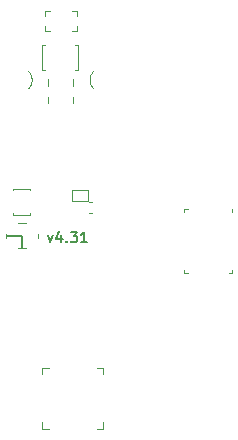
<source format=gbr>
G04 #@! TF.GenerationSoftware,KiCad,Pcbnew,(5.1.5)-3*
G04 #@! TF.CreationDate,2020-06-16T17:49:09-07:00*
G04 #@! TF.ProjectId,Miniscope-v4-Rigid-Flex,4d696e69-7363-46f7-9065-2d76342d5269,rev?*
G04 #@! TF.SameCoordinates,Original*
G04 #@! TF.FileFunction,Legend,Top*
G04 #@! TF.FilePolarity,Positive*
%FSLAX46Y46*%
G04 Gerber Fmt 4.6, Leading zero omitted, Abs format (unit mm)*
G04 Created by KiCad (PCBNEW (5.1.5)-3) date 2020-06-16 17:49:09*
%MOMM*%
%LPD*%
G04 APERTURE LIST*
%ADD10C,0.120000*%
%ADD11C,0.177800*%
%ADD12C,0.100000*%
%ADD13C,0.150000*%
G04 APERTURE END LIST*
D10*
X106500001Y-100749999D02*
G75*
G02X106500001Y-99250001I749999J749999D01*
G01*
X100999999Y-99250001D02*
G75*
G02X100999999Y-100749999I-749999J-749999D01*
G01*
D11*
X102620666Y-113113700D02*
X102832333Y-113706366D01*
X103044000Y-113113700D01*
X103763666Y-113113700D02*
X103763666Y-113706366D01*
X103552000Y-112775033D02*
X103340333Y-113410033D01*
X103890666Y-113410033D01*
X104229333Y-113621700D02*
X104271666Y-113664033D01*
X104229333Y-113706366D01*
X104187000Y-113664033D01*
X104229333Y-113621700D01*
X104229333Y-113706366D01*
X104568000Y-112817366D02*
X105118333Y-112817366D01*
X104822000Y-113156033D01*
X104949000Y-113156033D01*
X105033666Y-113198366D01*
X105076000Y-113240700D01*
X105118333Y-113325366D01*
X105118333Y-113537033D01*
X105076000Y-113621700D01*
X105033666Y-113664033D01*
X104949000Y-113706366D01*
X104695000Y-113706366D01*
X104610333Y-113664033D01*
X104568000Y-113621700D01*
X105965000Y-113706366D02*
X105457000Y-113706366D01*
X105711000Y-113706366D02*
X105711000Y-112817366D01*
X105626333Y-112944366D01*
X105541666Y-113029033D01*
X105457000Y-113071366D01*
D12*
X107316800Y-124368400D02*
X106766800Y-124368400D01*
X107316800Y-124918400D02*
X107316800Y-124368400D01*
X107316800Y-129528400D02*
X106766800Y-129528400D01*
X107316800Y-128978400D02*
X107316800Y-129528400D01*
X102156800Y-129528400D02*
X102706800Y-129528400D01*
X102156800Y-128978400D02*
X102156800Y-129528400D01*
X102156800Y-124368400D02*
X102706800Y-124368400D01*
X102156800Y-124918400D02*
X102156800Y-124368400D01*
D10*
X114190200Y-110878600D02*
X114190200Y-111138600D01*
X114190200Y-110878600D02*
X114450200Y-110878600D01*
X118210200Y-110878600D02*
X118210200Y-111138600D01*
X114190200Y-116298600D02*
X114190200Y-116038600D01*
X114190200Y-116298600D02*
X114450200Y-116298600D01*
X118210200Y-116298600D02*
X118210200Y-116038600D01*
X118210200Y-116298600D02*
X117950200Y-116298600D01*
D12*
X99709000Y-111380400D02*
X99709000Y-111270400D01*
X101109000Y-111380400D02*
X99709000Y-111380400D01*
X101109000Y-111270400D02*
X101109000Y-111380400D01*
X99709000Y-109220400D02*
X99709000Y-109330400D01*
X101109000Y-109220400D02*
X99709000Y-109220400D01*
X101109000Y-109330400D02*
X101109000Y-109220400D01*
X99104400Y-113325600D02*
X99104400Y-113015600D01*
X101764400Y-113325600D02*
X101764400Y-113015600D01*
X100079400Y-114250600D02*
X100789400Y-114250600D01*
X100789400Y-112090600D02*
X100079400Y-112090600D01*
D13*
X99159400Y-113170600D02*
X100434400Y-113170600D01*
X100434400Y-113170600D02*
X100434400Y-114220600D01*
D12*
X106075200Y-111237600D02*
X106325200Y-111237600D01*
X106075200Y-110277600D02*
X106325200Y-110277600D01*
D10*
X105986600Y-109327000D02*
X105986600Y-110207000D01*
X105986600Y-110207000D02*
X104686600Y-110207000D01*
X104686600Y-110207000D02*
X104686600Y-109327000D01*
X104686600Y-109327000D02*
X105986600Y-109327000D01*
D12*
X104927200Y-109603800D02*
G75*
G03X104927200Y-109603800I-50000J0D01*
G01*
X104771000Y-101965800D02*
X104771000Y-101395800D01*
X102651000Y-101965800D02*
X102651000Y-101395800D01*
X102651000Y-99905800D02*
X102651000Y-100475800D01*
X104771000Y-99905800D02*
X104771000Y-100475800D01*
X102368600Y-97030200D02*
X102103600Y-97030200D01*
X102103600Y-97030200D02*
X102103600Y-99130200D01*
X102103600Y-99130200D02*
X102368600Y-99130200D01*
X104938600Y-97030200D02*
X105203600Y-97030200D01*
X105203600Y-97030200D02*
X105203600Y-99130200D01*
X105203600Y-99130200D02*
X104938600Y-99130200D01*
X102415200Y-95796000D02*
X102835200Y-95796000D01*
X102415200Y-95376000D02*
X102415200Y-95796000D01*
X102415200Y-94116000D02*
X102835200Y-94116000D01*
X102415200Y-94536000D02*
X102415200Y-94116000D01*
X105095200Y-94116000D02*
X104675200Y-94116000D01*
X105095200Y-94536000D02*
X105095200Y-94116000D01*
X105095200Y-95796000D02*
X104675200Y-95796000D01*
X105095200Y-95376000D02*
X105095200Y-95796000D01*
M02*

</source>
